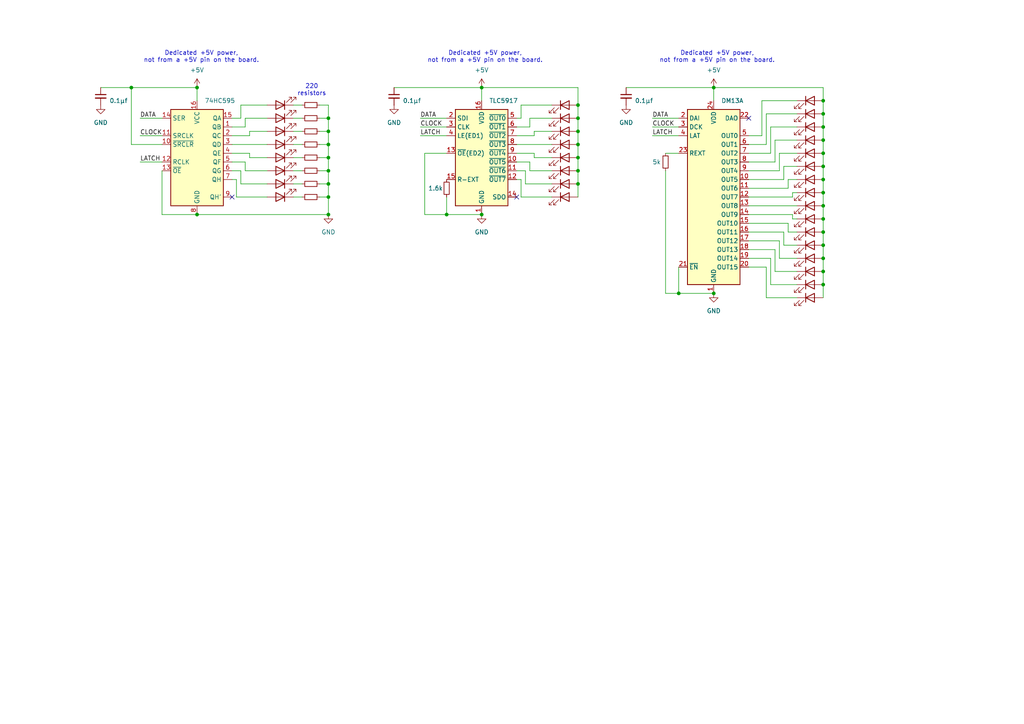
<source format=kicad_sch>
(kicad_sch (version 20250114) (generator "eeschema") (generator_version "9.0")
  (paper "A4")
  (lib_symbols
    (symbol "74xx:74HC595"
      (property "Reference" "U" (at -7.62 13.97 0))
      (property "Value" "74HC595" (at -7.62 -16.51 0))
      (symbol "74HC595_1_0"
        (pin input line (at -10.16 10.16 0) (length 2.54) (name "SER") (number "14"))
        (pin input line (at -10.16 5.08 0) (length 2.54) (name "SRCLK") (number "11"))
        (pin input line (at -10.16 2.54 0) (length 2.54) (name "~{SRCLR}") (number "10"))
        (pin input line (at -10.16 -2.54 0) (length 2.54) (name "RCLK") (number "12"))
        (pin input line (at -10.16 -5.08 0) (length 2.54) (name "~{OE}") (number "13"))
        (pin power_in line (at 0 15.24 270) (length 2.54) (name "VCC") (number "16"))
        (pin power_in line (at 0 -17.78 90) (length 2.54) (name "GND") (number "8"))
        (pin tri_state line (at 10.16 10.16 180) (length 2.54) (name "QA") (number "15"))
        (pin tri_state line (at 10.16 7.62 180) (length 2.54) (name "QB") (number "1"))
        (pin tri_state line (at 10.16 5.08 180) (length 2.54) (name "QC") (number "2"))
        (pin tri_state line (at 10.16 2.54 180) (length 2.54) (name "QD") (number "3"))
        (pin tri_state line (at 10.16 0 180) (length 2.54) (name "QE") (number "4"))
        (pin tri_state line (at 10.16 -2.54 180) (length 2.54) (name "QF") (number "5"))
        (pin tri_state line (at 10.16 -5.08 180) (length 2.54) (name "QG") (number "6"))
        (pin tri_state line (at 10.16 -7.62 180) (length 2.54) (name "QH") (number "7"))
        (pin output line (at 10.16 -12.7 180) (length 2.54) (name "QH'") (number "9"))
      )
      (symbol "74HC595_1_1"
        (rectangle (start -7.62 12.7) (end 7.62 -15.24) (stroke (width 0.254)) (fill (type background)))
      )
    )
    (symbol "Device:C_Small" (pin_numbers (hide yes)) (pin_names (offset 0.254) (hide yes))
      (property "Reference" "C" (at 0.254 1.778 0))
      (property "Value" "C_Small" (at 0.254 -2.032 0))
      (symbol "C_Small_0_1"
        (polyline (pts (xy -1.524 0.508) (xy 1.524 0.508)) (stroke (width 0.3048)))
        (polyline (pts (xy -1.524 -0.508) (xy 1.524 -0.508)) (stroke (width 0.3302)))
      )
      (symbol "C_Small_1_1"
        (pin passive line (at 0 2.54 270) (length 2.032) (name "~") (number "1"))
        (pin passive line (at 0 -2.54 90) (length 2.032) (name "~") (number "2"))
      )
    )
    (symbol "Device:LED" (pin_numbers (hide yes)) (pin_names (offset 1.016) (hide yes))
      (property "Reference" "D" (at 0 2.54 0))
      (property "Value" "LED" (at 0 -2.54 0))
      (symbol "LED_0_1"
        (polyline (pts (xy -3.048 -0.762) (xy -4.572 -2.286) (xy -3.81 -2.286) (xy -4.572 -2.286) (xy -4.572 -1.524)))
        (polyline (pts (xy -1.778 -0.762) (xy -3.302 -2.286) (xy -2.54 -2.286) (xy -3.302 -2.286) (xy -3.302 -1.524)))
        (polyline (pts (xy -1.27 0) (xy 1.27 0)))
        (polyline (pts (xy -1.27 -1.27) (xy -1.27 1.27)) (stroke (width 0.254)))
        (polyline (pts (xy 1.27 -1.27) (xy 1.27 1.27) (xy -1.27 0) (xy 1.27 -1.27)) (stroke (width 0.254)))
      )
      (symbol "LED_1_1"
        (pin passive line (at -3.81 0 0) (length 2.54) (name "K") (number "1"))
        (pin passive line (at 3.81 0 180) (length 2.54) (name "A") (number "2"))
      )
    )
    (symbol "Device:R_Small" (pin_numbers (hide yes)) (pin_names (offset 0.254) (hide yes))
      (property "Reference" "R" (at 0.762 0.508 0))
      (property "Value" "R_Small" (at 0.762 -1.016 0))
      (symbol "R_Small_0_1"
        (rectangle (start -0.762 1.778) (end 0.762 -1.778) (stroke (width 0.2032)))
      )
      (symbol "R_Small_1_1"
        (pin passive line (at 0 2.54 270) (length 0.762) (name "~") (number "1"))
        (pin passive line (at 0 -2.54 90) (length 0.762) (name "~") (number "2"))
      )
    )
    (symbol "Driver_LED:TLC5917"
      (property "Reference" "U" (at -7.62 13.97 0))
      (property "Value" "TLC5917" (at -7.62 -16.51 0))
      (symbol "TLC5917_1_0"
        (pin input line (at -10.16 10.16 0) (length 2.54) (name "SDI") (number "2"))
        (pin input line (at -10.16 7.62 0) (length 2.54) (name "CLK") (number "3"))
        (pin passive line (at -10.16 5.08 0) (length 2.54) (name "LE(ED1)") (number "4"))
        (pin passive line (at -10.16 0 0) (length 2.54) (name "~{OE}(ED2)") (number "13"))
        (pin input line (at -10.16 -7.62 0) (length 2.54) (name "R-EXT") (number "15"))
        (pin power_in line (at 0 15.24 270) (length 2.54) (name "VDD") (number "16"))
        (pin power_in line (at 0 -17.78 90) (length 2.54) (name "GND") (number "1"))
        (pin open_collector line (at 10.16 10.16 180) (length 2.54) (name "~{OUT0}") (number "5"))
        (pin open_collector line (at 10.16 7.62 180) (length 2.54) (name "~{OUT1}") (number "6"))
        (pin open_collector line (at 10.16 5.08 180) (length 2.54) (name "~{OUT2}") (number "7"))
        (pin open_collector line (at 10.16 2.54 180) (length 2.54) (name "~{OUT3}") (number "8"))
        (pin open_collector line (at 10.16 0 180) (length 2.54) (name "~{OUT4}") (number "9"))
        (pin open_collector line (at 10.16 -2.54 180) (length 2.54) (name "~{OUT5}") (number "10"))
        (pin open_collector line (at 10.16 -5.08 180) (length 2.54) (name "~{OUT6}") (number "11"))
        (pin open_collector line (at 10.16 -7.62 180) (length 2.54) (name "~{OUT7}") (number "12"))
        (pin output line (at 10.16 -12.7 180) (length 2.54) (name "SDO") (number "14"))
      )
      (symbol "TLC5917_1_1"
        (rectangle (start -7.62 12.7) (end 7.62 -15.24) (stroke (width 0.254)) (fill (type background)))
      )
    )
    (symbol "Driver_LED:TLC5949PWP"
      (property "Value" "DM13A" (at 2.1941 27.94 0))
      (symbol "TLC5949PWP_0_1"
        (rectangle (start -7.62 25.4) (end 7.62 -25.4) (stroke (width 0.254)) (fill (type background)))
      )
      (symbol "TLC5949PWP_1_1"
        (pin input line (at -10.16 22.86 0) (length 2.54) (name "DAI") (number "2"))
        (pin input line (at -10.16 20.32 0) (length 2.54) (name "DCK") (number "3"))
        (pin input line (at -10.16 17.78 0) (length 2.54) (name "LAT") (number "4"))
        (pin input line (at -10.16 12.7 0) (length 2.54) (name "REXT") (number "23"))
        (pin input line (at -10.16 -20.32 0) (length 2.54) (name "~{EN}") (number "21"))
        (pin power_in line (at 0 27.94 270) (length 2.54) (name "VDD") (number "24"))
        (pin power_in line (at 0 -27.94 90) (length 2.54) (name "GND") (number "1"))
        (pin output line (at 10.16 22.86 180) (length 2.54) (name "DAO") (number "22"))
        (pin open_collector line (at 10.16 17.78 180) (length 2.54) (name "OUT0") (number "5"))
        (pin open_collector line (at 10.16 15.24 180) (length 2.54) (name "OUT1") (number "6"))
        (pin open_collector line (at 10.16 12.7 180) (length 2.54) (name "OUT2") (number "7"))
        (pin open_collector line (at 10.16 10.16 180) (length 2.54) (name "OUT3") (number "8"))
        (pin open_collector line (at 10.16 7.62 180) (length 2.54) (name "OUT4") (number "9"))
        (pin open_collector line (at 10.16 5.08 180) (length 2.54) (name "OUT5") (number "10"))
        (pin open_collector line (at 10.16 2.54 180) (length 2.54) (name "OUT6") (number "11"))
        (pin open_collector line (at 10.16 0 180) (length 2.54) (name "OUT7") (number "12"))
        (pin open_collector line (at 10.16 -2.54 180) (length 2.54) (name "OUT8") (number "13"))
        (pin open_collector line (at 10.16 -5.08 180) (length 2.54) (name "OUT9") (number "14"))
        (pin open_collector line (at 10.16 -7.62 180) (length 2.54) (name "OUT10") (number "15"))
        (pin open_collector line (at 10.16 -10.16 180) (length 2.54) (name "OUT11") (number "16"))
        (pin open_collector line (at 10.16 -12.7 180) (length 2.54) (name "OUT12") (number "17"))
        (pin open_collector line (at 10.16 -15.24 180) (length 2.54) (name "OUT13") (number "18"))
        (pin open_collector line (at 10.16 -17.78 180) (length 2.54) (name "OUT14") (number "19"))
        (pin open_collector line (at 10.16 -20.32 180) (length 2.54) (name "OUT15") (number "20"))
      )
    )
    (symbol "power:+5V" (power) (pin_numbers (hide yes)) (pin_names (offset 0) (hide yes))
      (property "Value" "+5V" (at 0 3.556 0))
      (symbol "+5V_0_1"
        (polyline (pts (xy -0.762 1.27) (xy 0 2.54)))
        (polyline (pts (xy 0 2.54) (xy 0.762 1.27)))
        (polyline (pts (xy 0 0) (xy 0 2.54)))
      )
      (symbol "+5V_1_1"
        (pin power_in line (at 0 0 90) (length 0) (name "~") (number "1"))
      )
    )
    (symbol "power:GND" (power) (pin_numbers (hide yes)) (pin_names (offset 0) (hide yes))
      (property "Value" "GND" (at 0 -3.81 0))
      (symbol "GND_0_1"
        (polyline (pts (xy 0 0) (xy 0 -1.27) (xy 1.27 -1.27) (xy 0 -2.54) (xy -1.27 -1.27) (xy 0 -1.27)))
      )
      (symbol "GND_1_1"
        (pin power_in line (at 0 0 270) (length 0) (name "~") (number "1"))
      )
    )
  )
  (text "220\nresistors" (at 90.424 26.162 0) (effects (font (size 1.27 1.27))))
  (text "Dedicated +5V power,\nnot from a +5V pin on the board." (at 208.026 16.51 0) (effects (font (size 1.27 1.27))))
  (text "Dedicated +5V power,\nnot from a +5V pin on the board." (at 58.42 16.51 0) (effects (font (size 1.27 1.27))))
  (text "Dedicated +5V power,\nnot from a +5V pin on the board." (at 140.716 16.51 0) (effects (font (size 1.27 1.27))))
  (junction (at 167.64 49.53))
  (junction (at 167.64 34.29))
  (junction (at 167.64 41.91))
  (junction (at 95.25 45.72))
  (junction (at 38.1 25.4))
  (junction (at 57.15 25.4))
  (junction (at 238.76 40.64))
  (junction (at 207.01 85.09))
  (junction (at 129.54 62.23))
  (junction (at 238.76 63.5))
  (junction (at 238.76 29.21))
  (junction (at 238.76 48.26))
  (junction (at 238.76 71.12))
  (junction (at 207.01 25.4))
  (junction (at 95.25 41.91))
  (junction (at 238.76 33.02))
  (junction (at 95.25 49.53))
  (junction (at 167.64 45.72))
  (junction (at 167.64 30.48))
  (junction (at 95.25 34.29))
  (junction (at 238.76 55.88))
  (junction (at 95.25 38.1))
  (junction (at 238.76 67.31))
  (junction (at 238.76 74.93))
  (junction (at 238.76 52.07))
  (junction (at 139.7 62.23))
  (junction (at 139.7 25.4))
  (junction (at 95.25 53.34))
  (junction (at 167.64 53.34))
  (junction (at 196.85 85.09))
  (junction (at 95.25 57.15))
  (junction (at 238.76 82.55))
  (junction (at 57.15 62.23))
  (junction (at 238.76 36.83))
  (junction (at 238.76 59.69))
  (junction (at 95.25 62.23))
  (junction (at 238.76 44.45))
  (junction (at 167.64 38.1))
  (junction (at 238.76 78.74))
  (no_connect (at 67.31 57.15))
  (no_connect (at 149.86 57.15))
  (no_connect (at 217.17 34.29))
  (wire (pts (xy 72.39 38.1) (xy 77.47 38.1)))
  (wire (pts (xy 238.76 71.12) (xy 238.76 74.93)))
  (wire (pts (xy 226.06 49.53) (xy 226.06 44.45)))
  (wire (pts (xy 151.13 57.15) (xy 160.02 57.15)))
  (wire (pts (xy 238.76 59.69) (xy 238.76 63.5)))
  (wire (pts (xy 151.13 34.29) (xy 151.13 30.48)))
  (wire (pts (xy 92.71 49.53) (xy 95.25 49.53)))
  (wire (pts (xy 69.85 30.48) (xy 77.47 30.48)))
  (wire (pts (xy 67.31 44.45) (xy 72.39 44.45)))
  (wire (pts (xy 238.76 82.55) (xy 238.76 86.36)))
  (wire (pts (xy 68.58 57.15) (xy 77.47 57.15)))
  (wire (pts (xy 238.76 52.07) (xy 238.76 55.88)))
  (wire (pts (xy 46.99 62.23) (xy 57.15 62.23)))
  (wire (pts (xy 95.25 34.29) (xy 95.25 38.1)))
  (wire (pts (xy 85.09 57.15) (xy 87.63 57.15)))
  (wire (pts (xy 40.64 39.37) (xy 46.99 39.37)))
  (wire (pts (xy 67.31 52.07) (xy 68.58 52.07)))
  (wire (pts (xy 149.86 34.29) (xy 151.13 34.29)))
  (wire (pts (xy 222.25 33.02) (xy 231.14 33.02)))
  (wire (pts (xy 167.64 45.72) (xy 167.64 49.53)))
  (wire (pts (xy 95.25 41.91) (xy 95.25 45.72)))
  (wire (pts (xy 238.76 36.83) (xy 238.76 40.64)))
  (wire (pts (xy 229.87 57.15) (xy 229.87 55.88)))
  (wire (pts (xy 67.31 39.37) (xy 72.39 39.37)))
  (wire (pts (xy 121.92 36.83) (xy 129.54 36.83)))
  (wire (pts (xy 67.31 36.83) (xy 71.12 36.83)))
  (wire (pts (xy 207.01 25.4) (xy 207.01 29.21)))
  (wire (pts (xy 85.09 53.34) (xy 87.63 53.34)))
  (wire (pts (xy 189.23 39.37) (xy 196.85 39.37)))
  (wire (pts (xy 217.17 72.39) (xy 224.79 72.39)))
  (wire (pts (xy 167.64 38.1) (xy 167.64 41.91)))
  (wire (pts (xy 151.13 30.48) (xy 160.02 30.48)))
  (wire (pts (xy 167.64 34.29) (xy 167.64 38.1)))
  (wire (pts (xy 231.14 40.64) (xy 224.79 40.64)))
  (wire (pts (xy 167.64 49.53) (xy 167.64 53.34)))
  (wire (pts (xy 217.17 64.77) (xy 228.6 64.77)))
  (wire (pts (xy 167.64 25.4) (xy 139.7 25.4)))
  (wire (pts (xy 217.17 69.85) (xy 226.06 69.85)))
  (wire (pts (xy 238.76 59.69) (xy 238.76 55.88)))
  (wire (pts (xy 121.92 34.29) (xy 129.54 34.29)))
  (wire (pts (xy 229.87 62.23) (xy 229.87 63.5)))
  (wire (pts (xy 193.04 49.53) (xy 193.04 85.09)))
  (wire (pts (xy 57.15 62.23) (xy 95.25 62.23)))
  (wire (pts (xy 223.52 74.93) (xy 223.52 82.55)))
  (wire (pts (xy 238.76 67.31) (xy 238.76 71.12)))
  (wire (pts (xy 71.12 46.99) (xy 71.12 49.53)))
  (wire (pts (xy 92.71 34.29) (xy 95.25 34.29)))
  (wire (pts (xy 85.09 30.48) (xy 87.63 30.48)))
  (wire (pts (xy 217.17 41.91) (xy 222.25 41.91)))
  (wire (pts (xy 224.79 72.39) (xy 224.79 78.74)))
  (wire (pts (xy 167.64 53.34) (xy 167.64 57.15)))
  (wire (pts (xy 69.85 53.34) (xy 77.47 53.34)))
  (wire (pts (xy 154.94 45.72) (xy 160.02 45.72)))
  (wire (pts (xy 231.14 29.21) (xy 220.98 29.21)))
  (wire (pts (xy 228.6 52.07) (xy 228.6 54.61)))
  (wire (pts (xy 223.52 36.83) (xy 231.14 36.83)))
  (wire (pts (xy 129.54 57.15) (xy 129.54 62.23)))
  (wire (pts (xy 217.17 54.61) (xy 228.6 54.61)))
  (wire (pts (xy 193.04 44.45) (xy 196.85 44.45)))
  (wire (pts (xy 227.33 71.12) (xy 231.14 71.12)))
  (wire (pts (xy 114.3 25.4) (xy 139.7 25.4)))
  (wire (pts (xy 238.76 74.93) (xy 238.76 78.74)))
  (wire (pts (xy 224.79 46.99) (xy 217.17 46.99)))
  (wire (pts (xy 57.15 25.4) (xy 57.15 29.21)))
  (wire (pts (xy 129.54 62.23) (xy 139.7 62.23)))
  (wire (pts (xy 149.86 46.99) (xy 153.67 46.99)))
  (wire (pts (xy 167.64 30.48) (xy 167.64 25.4)))
  (wire (pts (xy 217.17 62.23) (xy 229.87 62.23)))
  (wire (pts (xy 40.64 34.29) (xy 46.99 34.29)))
  (wire (pts (xy 228.6 52.07) (xy 231.14 52.07)))
  (wire (pts (xy 153.67 34.29) (xy 160.02 34.29)))
  (wire (pts (xy 224.79 40.64) (xy 224.79 46.99)))
  (wire (pts (xy 151.13 52.07) (xy 151.13 57.15)))
  (wire (pts (xy 181.61 25.4) (xy 207.01 25.4)))
  (wire (pts (xy 40.64 46.99) (xy 46.99 46.99)))
  (wire (pts (xy 139.7 25.4) (xy 139.7 29.21)))
  (wire (pts (xy 207.01 25.4) (xy 238.76 25.4)))
  (wire (pts (xy 71.12 36.83) (xy 71.12 34.29)))
  (wire (pts (xy 152.4 53.34) (xy 160.02 53.34)))
  (wire (pts (xy 238.76 48.26) (xy 238.76 52.07)))
  (wire (pts (xy 223.52 82.55) (xy 231.14 82.55)))
  (wire (pts (xy 229.87 63.5) (xy 231.14 63.5)))
  (wire (pts (xy 92.71 57.15) (xy 95.25 57.15)))
  (wire (pts (xy 196.85 85.09) (xy 207.01 85.09)))
  (wire (pts (xy 95.25 45.72) (xy 95.25 49.53)))
  (wire (pts (xy 217.17 49.53) (xy 226.06 49.53)))
  (wire (pts (xy 129.54 44.45) (xy 123.19 44.45)))
  (wire (pts (xy 224.79 78.74) (xy 231.14 78.74)))
  (wire (pts (xy 149.86 39.37) (xy 154.94 39.37)))
  (wire (pts (xy 149.86 52.07) (xy 151.13 52.07)))
  (wire (pts (xy 217.17 74.93) (xy 223.52 74.93)))
  (wire (pts (xy 67.31 41.91) (xy 77.47 41.91)))
  (wire (pts (xy 153.67 46.99) (xy 153.67 49.53)))
  (wire (pts (xy 222.25 86.36) (xy 231.14 86.36)))
  (wire (pts (xy 217.17 59.69) (xy 231.14 59.69)))
  (wire (pts (xy 153.67 49.53) (xy 160.02 49.53)))
  (wire (pts (xy 85.09 49.53) (xy 87.63 49.53)))
  (wire (pts (xy 29.21 25.4) (xy 38.1 25.4)))
  (wire (pts (xy 46.99 49.53) (xy 46.99 62.23)))
  (wire (pts (xy 222.25 41.91) (xy 222.25 33.02)))
  (wire (pts (xy 69.85 49.53) (xy 69.85 53.34)))
  (wire (pts (xy 222.25 77.47) (xy 222.25 86.36)))
  (wire (pts (xy 85.09 41.91) (xy 87.63 41.91)))
  (wire (pts (xy 149.86 49.53) (xy 152.4 49.53)))
  (wire (pts (xy 226.06 69.85) (xy 226.06 74.93)))
  (wire (pts (xy 149.86 44.45) (xy 154.94 44.45)))
  (wire (pts (xy 95.25 30.48) (xy 95.25 34.29)))
  (wire (pts (xy 67.31 49.53) (xy 69.85 49.53)))
  (wire (pts (xy 92.71 41.91) (xy 95.25 41.91)))
  (wire (pts (xy 154.94 38.1) (xy 160.02 38.1)))
  (wire (pts (xy 95.25 53.34) (xy 95.25 57.15)))
  (wire (pts (xy 229.87 55.88) (xy 231.14 55.88)))
  (wire (pts (xy 238.76 44.45) (xy 238.76 48.26)))
  (wire (pts (xy 153.67 36.83) (xy 153.67 34.29)))
  (wire (pts (xy 223.52 44.45) (xy 223.52 36.83)))
  (wire (pts (xy 71.12 49.53) (xy 77.47 49.53)))
  (wire (pts (xy 92.71 45.72) (xy 95.25 45.72)))
  (wire (pts (xy 38.1 41.91) (xy 38.1 25.4)))
  (wire (pts (xy 67.31 46.99) (xy 71.12 46.99)))
  (wire (pts (xy 189.23 34.29) (xy 196.85 34.29)))
  (wire (pts (xy 220.98 39.37) (xy 217.17 39.37)))
  (wire (pts (xy 226.06 74.93) (xy 231.14 74.93)))
  (wire (pts (xy 238.76 40.64) (xy 238.76 44.45)))
  (wire (pts (xy 220.98 29.21) (xy 220.98 39.37)))
  (wire (pts (xy 85.09 38.1) (xy 87.63 38.1)))
  (wire (pts (xy 167.64 30.48) (xy 167.64 34.29)))
  (wire (pts (xy 95.25 57.15) (xy 95.25 62.23)))
  (wire (pts (xy 227.33 67.31) (xy 227.33 71.12)))
  (wire (pts (xy 38.1 41.91) (xy 46.99 41.91)))
  (wire (pts (xy 167.64 41.91) (xy 167.64 45.72)))
  (wire (pts (xy 196.85 77.47) (xy 196.85 85.09)))
  (wire (pts (xy 71.12 34.29) (xy 77.47 34.29)))
  (wire (pts (xy 238.76 25.4) (xy 238.76 29.21)))
  (wire (pts (xy 149.86 36.83) (xy 153.67 36.83)))
  (wire (pts (xy 95.25 49.53) (xy 95.25 53.34)))
  (wire (pts (xy 154.94 39.37) (xy 154.94 38.1)))
  (wire (pts (xy 217.17 44.45) (xy 223.52 44.45)))
  (wire (pts (xy 238.76 78.74) (xy 238.76 82.55)))
  (wire (pts (xy 217.17 57.15) (xy 229.87 57.15)))
  (wire (pts (xy 69.85 34.29) (xy 69.85 30.48)))
  (wire (pts (xy 123.19 44.45) (xy 123.19 62.23)))
  (wire (pts (xy 227.33 48.26) (xy 231.14 48.26)))
  (wire (pts (xy 92.71 38.1) (xy 95.25 38.1)))
  (wire (pts (xy 193.04 85.09) (xy 196.85 85.09)))
  (wire (pts (xy 189.23 36.83) (xy 196.85 36.83)))
  (wire (pts (xy 72.39 45.72) (xy 77.47 45.72)))
  (wire (pts (xy 38.1 25.4) (xy 57.15 25.4)))
  (wire (pts (xy 217.17 67.31) (xy 227.33 67.31)))
  (wire (pts (xy 92.71 30.48) (xy 95.25 30.48)))
  (wire (pts (xy 149.86 41.91) (xy 160.02 41.91)))
  (wire (pts (xy 95.25 38.1) (xy 95.25 41.91)))
  (wire (pts (xy 227.33 48.26) (xy 227.33 52.07)))
  (wire (pts (xy 85.09 34.29) (xy 87.63 34.29)))
  (wire (pts (xy 238.76 29.21) (xy 238.76 33.02)))
  (wire (pts (xy 152.4 49.53) (xy 152.4 53.34)))
  (wire (pts (xy 72.39 39.37) (xy 72.39 38.1)))
  (wire (pts (xy 228.6 67.31) (xy 231.14 67.31)))
  (wire (pts (xy 238.76 63.5) (xy 238.76 67.31)))
  (wire (pts (xy 85.09 45.72) (xy 87.63 45.72)))
  (wire (pts (xy 217.17 52.07) (xy 227.33 52.07)))
  (wire (pts (xy 68.58 52.07) (xy 68.58 57.15)))
  (wire (pts (xy 72.39 44.45) (xy 72.39 45.72)))
  (wire (pts (xy 92.71 53.34) (xy 95.25 53.34)))
  (wire (pts (xy 121.92 39.37) (xy 129.54 39.37)))
  (wire (pts (xy 226.06 44.45) (xy 231.14 44.45)))
  (wire (pts (xy 238.76 33.02) (xy 238.76 36.83)))
  (wire (pts (xy 217.17 77.47) (xy 222.25 77.47)))
  (wire (pts (xy 67.31 34.29) (xy 69.85 34.29)))
  (wire (pts (xy 228.6 64.77) (xy 228.6 67.31)))
  (wire (pts (xy 123.19 62.23) (xy 129.54 62.23)))
  (wire (pts (xy 154.94 44.45) (xy 154.94 45.72)))
  (label "CLOCK" (at 189.23 36.83 0))
  (label "DATA" (at 189.23 34.29 0))
  (label "CLOCK" (at 40.64 39.37 0))
  (label "LATCH" (at 40.64 46.99 0))
  (label "DATA" (at 121.92 34.29 0))
  (label "DATA" (at 40.64 34.29 0))
  (label "CLOCK" (at 121.92 36.83 0))
  (label "LATCH" (at 189.23 39.37 0))
  (label "LATCH" (at 121.92 39.37 0))
  (symbol (lib_id "Device:LED") (at 81.28 41.91 180) (unit 1)
    (property "Reference" "D4" (effects (hide yes)))
    (property "Value" "LED" (effects (hide yes)))
    (property "Description" "Light emitting diode" (effects (hide yes)))
  )
  (symbol (lib_id "Device:LED") (at 234.95 33.02 0) (unit 1)
    (property "Reference" "D18" (effects (hide yes)))
    (property "Value" "LED" (effects (hide yes)))
    (property "Description" "Light emitting diode" (effects (hide yes)))
  )
  (symbol (lib_id "Device:LED") (at 234.95 40.64 0) (unit 1)
    (property "Reference" "D20" (effects (hide yes)))
    (property "Value" "LED" (effects (hide yes)))
    (property "Description" "Light emitting diode" (effects (hide yes)))
  )
  (symbol (lib_id "Device:LED") (at 234.95 82.55 0) (unit 1)
    (property "Reference" "D31" (effects (hide yes)))
    (property "Value" "LED" (effects (hide yes)))
    (property "Description" "Light emitting diode" (effects (hide yes)))
  )
  (symbol (lib_id "Device:LED") (at 163.83 49.53 0) (unit 1)
    (property "Reference" "D11" (effects (hide yes)))
    (property "Value" "LED" (effects (hide yes)))
    (property "Description" "Light emitting diode" (effects (hide yes)))
  )
  (symbol (lib_id "Device:LED") (at 163.83 41.91 0) (unit 1)
    (property "Reference" "D13" (effects (hide yes)))
    (property "Value" "LED" (effects (hide yes)))
    (property "Description" "Light emitting diode" (effects (hide yes)))
  )
  (symbol (lib_id "Device:LED") (at 234.95 67.31 0) (unit 1)
    (property "Reference" "D27" (effects (hide yes)))
    (property "Value" "LED" (effects (hide yes)))
    (property "Description" "Light emitting diode" (effects (hide yes)))
  )
  (symbol (lib_id "Device:LED") (at 234.95 29.21 0) (unit 1)
    (property "Reference" "D17" (effects (hide yes)))
    (property "Value" "LED" (effects (hide yes)))
    (property "Description" "Light emitting diode" (effects (hide yes)))
  )
  (symbol (lib_id "Device:LED") (at 81.28 30.48 180) (unit 1)
    (property "Reference" "D1" (effects (hide yes)))
    (property "Value" "LED" (effects (hide yes)))
    (property "Description" "Light emitting diode" (effects (hide yes)))
  )
  (symbol (lib_id "Device:LED") (at 234.95 44.45 0) (unit 1)
    (property "Reference" "D21" (effects (hide yes)))
    (property "Value" "LED" (effects (hide yes)))
    (property "Description" "Light emitting diode" (effects (hide yes)))
  )
  (symbol (lib_id "power:GND") (at 95.25 62.23 0) (unit 1)
    (property "Reference" "#PWR03" (effects (hide yes)))
    (property "Value" "GND" (at 95.25 67.31 0))
    (property "Description" "Power symbol creates a global label with name \"GND\" , ground" (effects (hide yes)))
  )
  (symbol (lib_id "Device:LED") (at 234.95 59.69 0) (unit 1)
    (property "Reference" "D25" (effects (hide yes)))
    (property "Value" "LED" (effects (hide yes)))
    (property "Description" "Light emitting diode" (effects (hide yes)))
  )
  (symbol (lib_id "Device:LED") (at 81.28 49.53 180) (unit 1)
    (property "Reference" "D6" (effects (hide yes)))
    (property "Value" "LED" (effects (hide yes)))
    (property "Description" "Light emitting diode" (effects (hide yes)))
  )
  (symbol (lib_id "Device:LED") (at 81.28 45.72 180) (unit 1)
    (property "Reference" "D5" (effects (hide yes)))
    (property "Value" "LED" (effects (hide yes)))
    (property "Description" "Light emitting diode" (effects (hide yes)))
  )
  (symbol (lib_id "Device:LED") (at 234.95 63.5 0) (unit 1)
    (property "Reference" "D26" (effects (hide yes)))
    (property "Value" "LED" (effects (hide yes)))
    (property "Description" "Light emitting diode" (effects (hide yes)))
  )
  (symbol (lib_id "Device:LED") (at 234.95 48.26 0) (unit 1)
    (property "Reference" "D22" (effects (hide yes)))
    (property "Value" "LED" (effects (hide yes)))
    (property "Description" "Light emitting diode" (effects (hide yes)))
  )
  (symbol (lib_id "Device:LED") (at 163.83 34.29 0) (unit 1)
    (property "Reference" "D15" (effects (hide yes)))
    (property "Value" "LED" (effects (hide yes)))
    (property "Description" "Light emitting diode" (effects (hide yes)))
  )
  (symbol (lib_id "Device:R_Small") (at 129.54 54.61 180) (unit 1)
    (property "Reference" "R9" (effects (hide yes)))
    (property "Value" "1.6k" (at 124.206 54.61 0) (effects (justify right)))
    (property "Description" "Resistor, small symbol" (effects (hide yes)))
  )
  (symbol (lib_id "power:GND") (at 114.3 30.48 0) (unit 1)
    (property "Reference" "#PWR06" (effects (hide yes)))
    (property "Value" "GND" (at 114.3 35.56 0))
    (property "Description" "Power symbol creates a global label with name \"GND\" , ground" (effects (hide yes)))
  )
  (symbol (lib_id "Device:LED") (at 163.83 53.34 0) (unit 1)
    (property "Reference" "D10" (effects (hide yes)))
    (property "Value" "LED" (effects (hide yes)))
    (property "Description" "Light emitting diode" (effects (hide yes)))
  )
  (symbol (lib_id "Device:R_Small") (at 90.17 38.1 90) (unit 1)
    (property "Reference" "R3" (effects (hide yes)))
    (property "Value" "R_Small" (effects (hide yes)))
    (property "Description" "Resistor, small symbol" (effects (hide yes)))
  )
  (symbol (lib_id "power:GND") (at 139.7 62.23 0) (unit 1)
    (property "Reference" "#PWR04" (effects (hide yes)))
    (property "Value" "GND" (at 139.7 67.31 0))
    (property "Description" "Power symbol creates a global label with name \"GND\" , ground" (effects (hide yes)))
  )
  (symbol (lib_id "Device:R_Small") (at 90.17 49.53 90) (unit 1)
    (property "Reference" "R6" (effects (hide yes)))
    (property "Value" "R_Small" (effects (hide yes)))
    (property "Description" "Resistor, small symbol" (effects (hide yes)))
  )
  (symbol (lib_id "Device:LED") (at 81.28 38.1 180) (unit 1)
    (property "Reference" "D3" (effects (hide yes)))
    (property "Value" "LED" (effects (hide yes)))
    (property "Description" "Light emitting diode" (effects (hide yes)))
  )
  (symbol (lib_id "Driver_LED:TLC5917") (at 139.7 44.45 0) (unit 1)
    (property "Reference" "U2" (effects (hide yes)))
    (property "Value" "TLC5917" (at 141.8941 29.21 0) (effects (justify left)))
    (property "Datasheet" "https://www.ti.com/lit/ds/symlink/tlc5917.pdf" (effects (hide yes)))
    (property "Description" "8-Channel Constant-Current LED Sink Driver, Short to VLED detection" (effects (hide yes)))
  )
  (symbol (lib_id "power:GND") (at 181.61 30.48 0) (unit 1)
    (property "Reference" "#PWR08" (effects (hide yes)))
    (property "Value" "GND" (at 181.61 35.56 0))
    (property "Description" "Power symbol creates a global label with name \"GND\" , ground" (effects (hide yes)))
  )
  (symbol (lib_id "Device:LED") (at 81.28 34.29 180) (unit 1)
    (property "Reference" "D2" (effects (hide yes)))
    (property "Value" "LED" (effects (hide yes)))
    (property "Description" "Light emitting diode" (effects (hide yes)))
  )
  (symbol (lib_id "Driver_LED:TLC5949PWP") (at 207.01 57.15 0) (unit 1)
    (property "Reference" "U3" (effects (hide yes)))
    (property "Value" "DM13A" (at 209.2041 29.21 0) (effects (justify left)))
    (property "Footprint" "Package_SO:HTSSOP-24-1EP_4.4x7.8mm_P0.65mm_EP3.4x7.8mm_Mask2.4x2.98mm" (effects (hide yes)))
    (property "Datasheet" "https://www.ti.com/lit/ds/symlink/tlc5949.pdf" (effects (hide yes)))
    (property "Description" "16-channel, 12bit ES-PWM, constant-current sink LED driver, HTSSOP-24" (effects (hide yes)))
  )
  (symbol (lib_id "Device:R_Small") (at 90.17 41.91 90) (unit 1)
    (property "Reference" "R4" (effects (hide yes)))
    (property "Value" "R_Small" (effects (hide yes)))
    (property "Description" "Resistor, small symbol" (effects (hide yes)))
  )
  (symbol (lib_id "Device:R_Small") (at 90.17 45.72 90) (unit 1)
    (property "Reference" "R5" (effects (hide yes)))
    (property "Value" "R_Small" (effects (hide yes)))
    (property "Description" "Resistor, small symbol" (effects (hide yes)))
  )
  (symbol (lib_id "Device:C_Small") (at 29.21 27.94 0) (unit 1)
    (property "Reference" "C1" (effects (hide yes)))
    (property "Value" "0.1µf" (at 31.75 29.2162 0) (effects (justify left)))
    (property "Description" "Unpolarized capacitor, small symbol" (effects (hide yes)))
  )
  (symbol (lib_id "Device:R_Small") (at 90.17 53.34 90) (unit 1)
    (property "Reference" "R7" (effects (hide yes)))
    (property "Value" "R_Small" (effects (hide yes)))
    (property "Description" "Resistor, small symbol" (effects (hide yes)))
  )
  (symbol (lib_id "power:+5V") (at 207.01 25.4 0) (unit 1)
    (property "Reference" "#PWR010" (effects (hide yes)))
    (property "Value" "+5V" (at 207.01 20.32 0))
    (property "Description" "Power symbol creates a global label with name \"+5V\"" (effects (hide yes)))
  )
  (symbol (lib_id "Device:LED") (at 234.95 74.93 0) (unit 1)
    (property "Reference" "D29" (effects (hide yes)))
    (property "Value" "LED" (effects (hide yes)))
    (property "Description" "Light emitting diode" (effects (hide yes)))
  )
  (symbol (lib_id "Device:LED") (at 234.95 55.88 0) (unit 1)
    (property "Reference" "D24" (effects (hide yes)))
    (property "Value" "LED" (effects (hide yes)))
    (property "Description" "Light emitting diode" (effects (hide yes)))
  )
  (symbol (lib_id "power:+5V") (at 139.7 25.4 0) (unit 1)
    (property "Reference" "#PWR05" (effects (hide yes)))
    (property "Value" "+5V" (at 139.7 20.32 0))
    (property "Description" "Power symbol creates a global label with name \"+5V\"" (effects (hide yes)))
  )
  (symbol (lib_id "Device:LED") (at 234.95 78.74 0) (unit 1)
    (property "Reference" "D30" (effects (hide yes)))
    (property "Value" "LED" (effects (hide yes)))
    (property "Description" "Light emitting diode" (effects (hide yes)))
  )
  (symbol (lib_id "power:+5V") (at 57.15 25.4 0) (unit 1)
    (property "Reference" "#PWR02" (effects (hide yes)))
    (property "Value" "+5V" (at 57.15 20.32 0))
    (property "Description" "Power symbol creates a global label with name \"+5V\"" (effects (hide yes)))
  )
  (symbol (lib_id "Device:LED") (at 163.83 45.72 0) (unit 1)
    (property "Reference" "D12" (effects (hide yes)))
    (property "Value" "LED" (effects (hide yes)))
    (property "Description" "Light emitting diode" (effects (hide yes)))
  )
  (symbol (lib_id "Device:LED") (at 234.95 86.36 0) (unit 1)
    (property "Reference" "D32" (effects (hide yes)))
    (property "Value" "LED" (effects (hide yes)))
    (property "Description" "Light emitting diode" (effects (hide yes)))
  )
  (symbol (lib_id "Device:LED") (at 163.83 38.1 0) (unit 1)
    (property "Reference" "D14" (effects (hide yes)))
    (property "Value" "LED" (effects (hide yes)))
    (property "Description" "Light emitting diode" (effects (hide yes)))
  )
  (symbol (lib_id "Device:R_Small") (at 90.17 30.48 90) (unit 1)
    (property "Reference" "R1" (effects (hide yes)))
    (property "Value" "R_Small" (effects (hide yes)))
    (property "Description" "Resistor, small symbol" (effects (hide yes)))
  )
  (symbol (lib_id "74xx:74HC595") (at 57.15 44.45 0) (unit 1)
    (property "Reference" "U1" (effects (hide yes)))
    (property "Value" "74HC595" (at 59.3441 29.21 0) (effects (justify left)))
    (property "Datasheet" "http://www.ti.com/lit/ds/symlink/sn74hc595.pdf" (effects (hide yes)))
    (property "Description" "8-bit serial in/out Shift Register 3-State Outputs" (effects (hide yes)))
  )
  (symbol (lib_id "Device:LED") (at 163.83 30.48 0) (unit 1)
    (property "Reference" "D16" (effects (hide yes)))
    (property "Value" "LED" (effects (hide yes)))
    (property "Description" "Light emitting diode" (effects (hide yes)))
  )
  (symbol (lib_id "Device:R_Small") (at 193.04 46.99 180) (unit 1)
    (property "Reference" "R10" (effects (hide yes)))
    (property "Value" "5k" (at 189.23 46.99 0) (effects (justify right)))
    (property "Description" "Resistor, small symbol" (effects (hide yes)))
  )
  (symbol (lib_id "power:GND") (at 29.21 30.48 0) (unit 1)
    (property "Reference" "#PWR01" (effects (hide yes)))
    (property "Value" "GND" (at 29.21 35.56 0))
    (property "Description" "Power symbol creates a global label with name \"GND\" , ground" (effects (hide yes)))
  )
  (symbol (lib_id "Device:C_Small") (at 181.61 27.94 0) (unit 1)
    (property "Reference" "C4" (effects (hide yes)))
    (property "Value" "0.1µf" (at 184.15 29.2162 0) (effects (justify left)))
    (property "Description" "Unpolarized capacitor, small symbol" (effects (hide yes)))
  )
  (symbol (lib_id "Device:LED") (at 234.95 36.83 0) (unit 1)
    (property "Reference" "D19" (effects (hide yes)))
    (property "Value" "LED" (effects (hide yes)))
    (property "Description" "Light emitting diode" (effects (hide yes)))
  )
  (symbol (lib_id "power:GND") (at 207.01 85.09 0) (unit 1)
    (property "Reference" "#PWR07" (effects (hide yes)))
    (property "Value" "GND" (at 207.01 90.17 0))
    (property "Description" "Power symbol creates a global label with name \"GND\" , ground" (effects (hide yes)))
  )
  (symbol (lib_id "Device:LED") (at 163.83 57.15 0) (unit 1)
    (property "Reference" "D9" (effects (hide yes)))
    (property "Value" "LED" (effects (hide yes)))
    (property "Description" "Light emitting diode" (effects (hide yes)))
  )
  (symbol (lib_id "Device:C_Small") (at 114.3 27.94 0) (unit 1)
    (property "Reference" "C2" (effects (hide yes)))
    (property "Value" "0.1µf" (at 116.84 29.2162 0) (effects (justify left)))
    (property "Description" "Unpolarized capacitor, small symbol" (effects (hide yes)))
  )
  (symbol (lib_id "Device:LED") (at 234.95 52.07 0) (unit 1)
    (property "Reference" "D23" (effects (hide yes)))
    (property "Value" "LED" (effects (hide yes)))
    (property "Description" "Light emitting diode" (effects (hide yes)))
  )
  (symbol (lib_id "Device:LED") (at 81.28 53.34 180) (unit 1)
    (property "Reference" "D7" (effects (hide yes)))
    (property "Value" "LED" (effects (hide yes)))
    (property "Description" "Light emitting diode" (effects (hide yes)))
  )
  (symbol (lib_id "Device:R_Small") (at 90.17 57.15 90) (unit 1)
    (property "Reference" "R8" (effects (hide yes)))
    (property "Value" "R_Small" (effects (hide yes)))
    (property "Description" "Resistor, small symbol" (effects (hide yes)))
  )
  (symbol (lib_id "Device:R_Small") (at 90.17 34.29 90) (unit 1)
    (property "Reference" "R2" (effects (hide yes)))
    (property "Value" "R_Small" (effects (hide yes)))
    (property "Description" "Resistor, small symbol" (effects (hide yes)))
  )
  (symbol (lib_id "Device:LED") (at 234.95 71.12 0) (unit 1)
    (property "Reference" "D28" (effects (hide yes)))
    (property "Value" "LED" (effects (hide yes)))
    (property "Description" "Light emitting diode" (effects (hide yes)))
  )
  (symbol (lib_id "Device:LED") (at 81.28 57.15 180) (unit 1)
    (property "Reference" "D8" (effects (hide yes)))
    (property "Value" "LED" (effects (hide yes)))
    (property "Description" "Light emitting diode" (effects (hide yes)))
  )
)
</source>
